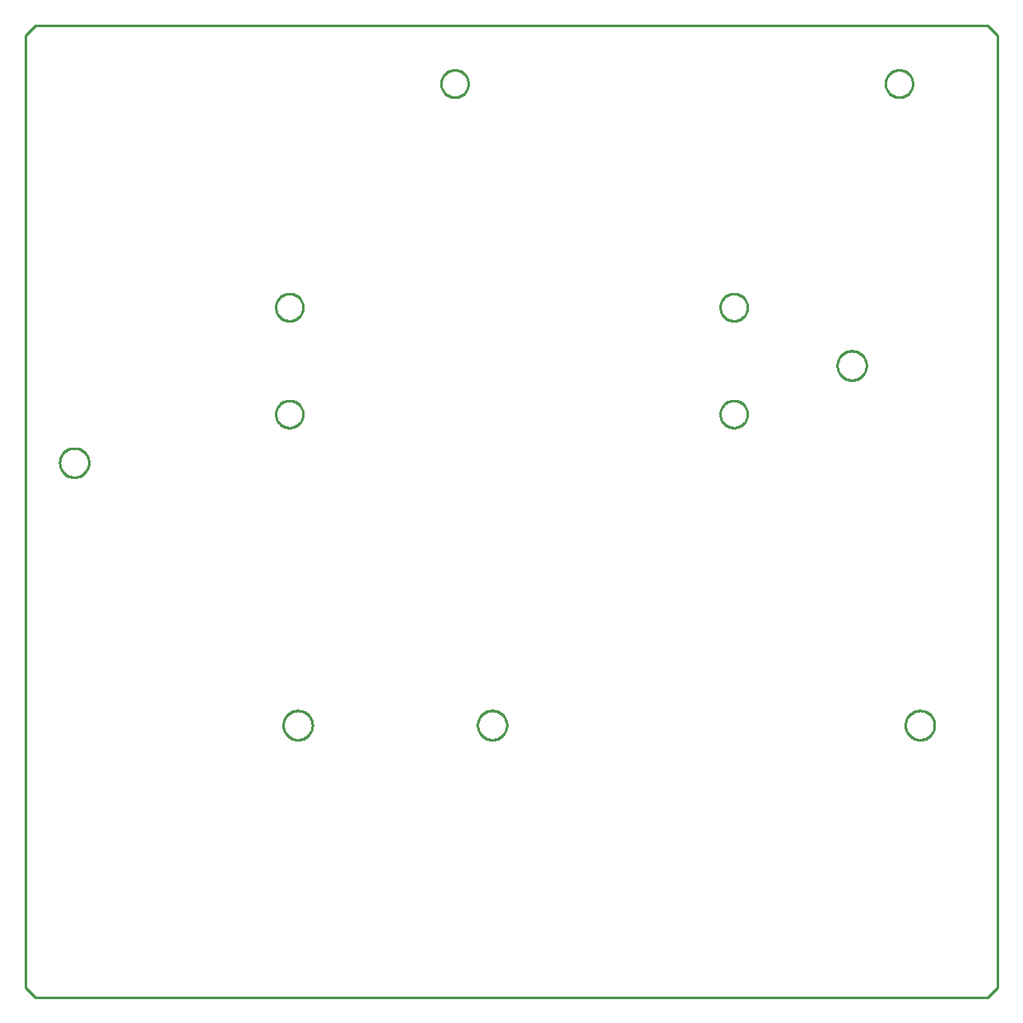
<source format=gbr>
G04 EAGLE Gerber RS-274X export*
G75*
%MOMM*%
%FSLAX34Y34*%
%LPD*%
%AMOC8*
5,1,8,0,0,1.08239X$1,22.5*%
G01*
%ADD10C,0.254000*%


D10*
X0Y10000D02*
X10000Y0D01*
X990000Y0D01*
X1000000Y10000D01*
X1000000Y990000D01*
X990000Y1000000D01*
X10000Y1000000D01*
X0Y990000D01*
X0Y10000D01*
X295000Y279464D02*
X294924Y278396D01*
X294771Y277335D01*
X294543Y276288D01*
X294241Y275260D01*
X293867Y274256D01*
X293422Y273281D01*
X292908Y272341D01*
X292329Y271440D01*
X291687Y270582D01*
X290985Y269772D01*
X290228Y269015D01*
X289418Y268313D01*
X288560Y267671D01*
X287659Y267092D01*
X286719Y266578D01*
X285744Y266133D01*
X284740Y265759D01*
X283712Y265457D01*
X282665Y265229D01*
X281604Y265076D01*
X280536Y265000D01*
X279464Y265000D01*
X278396Y265076D01*
X277335Y265229D01*
X276288Y265457D01*
X275260Y265759D01*
X274256Y266133D01*
X273281Y266578D01*
X272341Y267092D01*
X271440Y267671D01*
X270582Y268313D01*
X269772Y269015D01*
X269015Y269772D01*
X268313Y270582D01*
X267671Y271440D01*
X267092Y272341D01*
X266578Y273281D01*
X266133Y274256D01*
X265759Y275260D01*
X265457Y276288D01*
X265229Y277335D01*
X265076Y278396D01*
X265000Y279464D01*
X265000Y280536D01*
X265076Y281604D01*
X265229Y282665D01*
X265457Y283712D01*
X265759Y284740D01*
X266133Y285744D01*
X266578Y286719D01*
X267092Y287659D01*
X267671Y288560D01*
X268313Y289418D01*
X269015Y290228D01*
X269772Y290985D01*
X270582Y291687D01*
X271440Y292329D01*
X272341Y292908D01*
X273281Y293422D01*
X274256Y293867D01*
X275260Y294241D01*
X276288Y294543D01*
X277335Y294771D01*
X278396Y294924D01*
X279464Y295000D01*
X280536Y295000D01*
X281604Y294924D01*
X282665Y294771D01*
X283712Y294543D01*
X284740Y294241D01*
X285744Y293867D01*
X286719Y293422D01*
X287659Y292908D01*
X288560Y292329D01*
X289418Y291687D01*
X290228Y290985D01*
X290985Y290228D01*
X291687Y289418D01*
X292329Y288560D01*
X292908Y287659D01*
X293422Y286719D01*
X293867Y285744D01*
X294241Y284740D01*
X294543Y283712D01*
X294771Y282665D01*
X294924Y281604D01*
X295000Y280536D01*
X295000Y279464D01*
X495000Y279464D02*
X494924Y278396D01*
X494771Y277335D01*
X494543Y276288D01*
X494241Y275260D01*
X493867Y274256D01*
X493422Y273281D01*
X492908Y272341D01*
X492329Y271440D01*
X491687Y270582D01*
X490985Y269772D01*
X490228Y269015D01*
X489418Y268313D01*
X488560Y267671D01*
X487659Y267092D01*
X486719Y266578D01*
X485744Y266133D01*
X484740Y265759D01*
X483712Y265457D01*
X482665Y265229D01*
X481604Y265076D01*
X480536Y265000D01*
X479464Y265000D01*
X478396Y265076D01*
X477335Y265229D01*
X476288Y265457D01*
X475260Y265759D01*
X474256Y266133D01*
X473281Y266578D01*
X472341Y267092D01*
X471440Y267671D01*
X470582Y268313D01*
X469772Y269015D01*
X469015Y269772D01*
X468313Y270582D01*
X467671Y271440D01*
X467092Y272341D01*
X466578Y273281D01*
X466133Y274256D01*
X465759Y275260D01*
X465457Y276288D01*
X465229Y277335D01*
X465076Y278396D01*
X465000Y279464D01*
X465000Y280536D01*
X465076Y281604D01*
X465229Y282665D01*
X465457Y283712D01*
X465759Y284740D01*
X466133Y285744D01*
X466578Y286719D01*
X467092Y287659D01*
X467671Y288560D01*
X468313Y289418D01*
X469015Y290228D01*
X469772Y290985D01*
X470582Y291687D01*
X471440Y292329D01*
X472341Y292908D01*
X473281Y293422D01*
X474256Y293867D01*
X475260Y294241D01*
X476288Y294543D01*
X477335Y294771D01*
X478396Y294924D01*
X479464Y295000D01*
X480536Y295000D01*
X481604Y294924D01*
X482665Y294771D01*
X483712Y294543D01*
X484740Y294241D01*
X485744Y293867D01*
X486719Y293422D01*
X487659Y292908D01*
X488560Y292329D01*
X489418Y291687D01*
X490228Y290985D01*
X490985Y290228D01*
X491687Y289418D01*
X492329Y288560D01*
X492908Y287659D01*
X493422Y286719D01*
X493867Y285744D01*
X494241Y284740D01*
X494543Y283712D01*
X494771Y282665D01*
X494924Y281604D01*
X495000Y280536D01*
X495000Y279464D01*
X65000Y549464D02*
X64924Y548396D01*
X64771Y547335D01*
X64543Y546288D01*
X64241Y545260D01*
X63867Y544256D01*
X63422Y543281D01*
X62908Y542341D01*
X62329Y541440D01*
X61687Y540582D01*
X60985Y539772D01*
X60228Y539015D01*
X59418Y538313D01*
X58560Y537671D01*
X57659Y537092D01*
X56719Y536578D01*
X55744Y536133D01*
X54740Y535759D01*
X53712Y535457D01*
X52665Y535229D01*
X51604Y535076D01*
X50536Y535000D01*
X49464Y535000D01*
X48396Y535076D01*
X47335Y535229D01*
X46288Y535457D01*
X45260Y535759D01*
X44256Y536133D01*
X43281Y536578D01*
X42341Y537092D01*
X41440Y537671D01*
X40582Y538313D01*
X39772Y539015D01*
X39015Y539772D01*
X38313Y540582D01*
X37671Y541440D01*
X37092Y542341D01*
X36578Y543281D01*
X36133Y544256D01*
X35759Y545260D01*
X35457Y546288D01*
X35229Y547335D01*
X35076Y548396D01*
X35000Y549464D01*
X35000Y550536D01*
X35076Y551604D01*
X35229Y552665D01*
X35457Y553712D01*
X35759Y554740D01*
X36133Y555744D01*
X36578Y556719D01*
X37092Y557659D01*
X37671Y558560D01*
X38313Y559418D01*
X39015Y560228D01*
X39772Y560985D01*
X40582Y561687D01*
X41440Y562329D01*
X42341Y562908D01*
X43281Y563422D01*
X44256Y563867D01*
X45260Y564241D01*
X46288Y564543D01*
X47335Y564771D01*
X48396Y564924D01*
X49464Y565000D01*
X50536Y565000D01*
X51604Y564924D01*
X52665Y564771D01*
X53712Y564543D01*
X54740Y564241D01*
X55744Y563867D01*
X56719Y563422D01*
X57659Y562908D01*
X58560Y562329D01*
X59418Y561687D01*
X60228Y560985D01*
X60985Y560228D01*
X61687Y559418D01*
X62329Y558560D01*
X62908Y557659D01*
X63422Y556719D01*
X63867Y555744D01*
X64241Y554740D01*
X64543Y553712D01*
X64771Y552665D01*
X64924Y551604D01*
X65000Y550536D01*
X65000Y549464D01*
X935000Y279464D02*
X934924Y278396D01*
X934771Y277335D01*
X934543Y276288D01*
X934241Y275260D01*
X933867Y274256D01*
X933422Y273281D01*
X932908Y272341D01*
X932329Y271440D01*
X931687Y270582D01*
X930985Y269772D01*
X930228Y269015D01*
X929418Y268313D01*
X928560Y267671D01*
X927659Y267092D01*
X926719Y266578D01*
X925744Y266133D01*
X924740Y265759D01*
X923712Y265457D01*
X922665Y265229D01*
X921604Y265076D01*
X920536Y265000D01*
X919464Y265000D01*
X918396Y265076D01*
X917335Y265229D01*
X916288Y265457D01*
X915260Y265759D01*
X914256Y266133D01*
X913281Y266578D01*
X912341Y267092D01*
X911440Y267671D01*
X910582Y268313D01*
X909772Y269015D01*
X909015Y269772D01*
X908313Y270582D01*
X907671Y271440D01*
X907092Y272341D01*
X906578Y273281D01*
X906133Y274256D01*
X905759Y275260D01*
X905457Y276288D01*
X905229Y277335D01*
X905076Y278396D01*
X905000Y279464D01*
X905000Y280536D01*
X905076Y281604D01*
X905229Y282665D01*
X905457Y283712D01*
X905759Y284740D01*
X906133Y285744D01*
X906578Y286719D01*
X907092Y287659D01*
X907671Y288560D01*
X908313Y289418D01*
X909015Y290228D01*
X909772Y290985D01*
X910582Y291687D01*
X911440Y292329D01*
X912341Y292908D01*
X913281Y293422D01*
X914256Y293867D01*
X915260Y294241D01*
X916288Y294543D01*
X917335Y294771D01*
X918396Y294924D01*
X919464Y295000D01*
X920536Y295000D01*
X921604Y294924D01*
X922665Y294771D01*
X923712Y294543D01*
X924740Y294241D01*
X925744Y293867D01*
X926719Y293422D01*
X927659Y292908D01*
X928560Y292329D01*
X929418Y291687D01*
X930228Y290985D01*
X930985Y290228D01*
X931687Y289418D01*
X932329Y288560D01*
X932908Y287659D01*
X933422Y286719D01*
X933867Y285744D01*
X934241Y284740D01*
X934543Y283712D01*
X934771Y282665D01*
X934924Y281604D01*
X935000Y280536D01*
X935000Y279464D01*
X865000Y649464D02*
X864924Y648396D01*
X864771Y647335D01*
X864543Y646288D01*
X864241Y645260D01*
X863867Y644256D01*
X863422Y643281D01*
X862908Y642341D01*
X862329Y641440D01*
X861687Y640582D01*
X860985Y639772D01*
X860228Y639015D01*
X859418Y638313D01*
X858560Y637671D01*
X857659Y637092D01*
X856719Y636578D01*
X855744Y636133D01*
X854740Y635759D01*
X853712Y635457D01*
X852665Y635229D01*
X851604Y635076D01*
X850536Y635000D01*
X849464Y635000D01*
X848396Y635076D01*
X847335Y635229D01*
X846288Y635457D01*
X845260Y635759D01*
X844256Y636133D01*
X843281Y636578D01*
X842341Y637092D01*
X841440Y637671D01*
X840582Y638313D01*
X839772Y639015D01*
X839015Y639772D01*
X838313Y640582D01*
X837671Y641440D01*
X837092Y642341D01*
X836578Y643281D01*
X836133Y644256D01*
X835759Y645260D01*
X835457Y646288D01*
X835229Y647335D01*
X835076Y648396D01*
X835000Y649464D01*
X835000Y650536D01*
X835076Y651604D01*
X835229Y652665D01*
X835457Y653712D01*
X835759Y654740D01*
X836133Y655744D01*
X836578Y656719D01*
X837092Y657659D01*
X837671Y658560D01*
X838313Y659418D01*
X839015Y660228D01*
X839772Y660985D01*
X840582Y661687D01*
X841440Y662329D01*
X842341Y662908D01*
X843281Y663422D01*
X844256Y663867D01*
X845260Y664241D01*
X846288Y664543D01*
X847335Y664771D01*
X848396Y664924D01*
X849464Y665000D01*
X850536Y665000D01*
X851604Y664924D01*
X852665Y664771D01*
X853712Y664543D01*
X854740Y664241D01*
X855744Y663867D01*
X856719Y663422D01*
X857659Y662908D01*
X858560Y662329D01*
X859418Y661687D01*
X860228Y660985D01*
X860985Y660228D01*
X861687Y659418D01*
X862329Y658560D01*
X862908Y657659D01*
X863422Y656719D01*
X863867Y655744D01*
X864241Y654740D01*
X864543Y653712D01*
X864771Y652665D01*
X864924Y651604D01*
X865000Y650536D01*
X865000Y649464D01*
X285370Y709501D02*
X285299Y708506D01*
X285157Y707518D01*
X284945Y706543D01*
X284664Y705585D01*
X284315Y704651D01*
X283900Y703743D01*
X283422Y702867D01*
X282883Y702028D01*
X282285Y701229D01*
X281631Y700475D01*
X280925Y699769D01*
X280171Y699115D01*
X279373Y698517D01*
X278533Y697978D01*
X277657Y697500D01*
X276750Y697085D01*
X275815Y696736D01*
X274857Y696455D01*
X273882Y696243D01*
X272894Y696101D01*
X271899Y696030D01*
X270901Y696030D01*
X269906Y696101D01*
X268918Y696243D01*
X267943Y696455D01*
X266985Y696736D01*
X266051Y697085D01*
X265143Y697500D01*
X264267Y697978D01*
X263428Y698517D01*
X262629Y699115D01*
X261875Y699769D01*
X261169Y700475D01*
X260515Y701229D01*
X259917Y702028D01*
X259378Y702867D01*
X258900Y703743D01*
X258485Y704651D01*
X258136Y705585D01*
X257855Y706543D01*
X257643Y707518D01*
X257501Y708506D01*
X257430Y709501D01*
X257430Y710499D01*
X257501Y711494D01*
X257643Y712482D01*
X257855Y713457D01*
X258136Y714415D01*
X258485Y715350D01*
X258900Y716257D01*
X259378Y717133D01*
X259917Y717973D01*
X260515Y718771D01*
X261169Y719525D01*
X261875Y720231D01*
X262629Y720885D01*
X263428Y721483D01*
X264267Y722022D01*
X265143Y722500D01*
X266051Y722915D01*
X266985Y723264D01*
X267943Y723545D01*
X268918Y723757D01*
X269906Y723899D01*
X270901Y723970D01*
X271899Y723970D01*
X272894Y723899D01*
X273882Y723757D01*
X274857Y723545D01*
X275815Y723264D01*
X276750Y722915D01*
X277657Y722500D01*
X278533Y722022D01*
X279373Y721483D01*
X280171Y720885D01*
X280925Y720231D01*
X281631Y719525D01*
X282285Y718771D01*
X282883Y717973D01*
X283422Y717133D01*
X283900Y716257D01*
X284315Y715350D01*
X284664Y714415D01*
X284945Y713457D01*
X285157Y712482D01*
X285299Y711494D01*
X285370Y710499D01*
X285370Y709501D01*
X742570Y709501D02*
X742499Y708506D01*
X742357Y707518D01*
X742145Y706543D01*
X741864Y705585D01*
X741515Y704651D01*
X741100Y703743D01*
X740622Y702867D01*
X740083Y702028D01*
X739485Y701229D01*
X738831Y700475D01*
X738125Y699769D01*
X737371Y699115D01*
X736573Y698517D01*
X735733Y697978D01*
X734857Y697500D01*
X733950Y697085D01*
X733015Y696736D01*
X732057Y696455D01*
X731082Y696243D01*
X730094Y696101D01*
X729099Y696030D01*
X728101Y696030D01*
X727106Y696101D01*
X726118Y696243D01*
X725143Y696455D01*
X724185Y696736D01*
X723251Y697085D01*
X722343Y697500D01*
X721467Y697978D01*
X720628Y698517D01*
X719829Y699115D01*
X719075Y699769D01*
X718369Y700475D01*
X717715Y701229D01*
X717117Y702028D01*
X716578Y702867D01*
X716100Y703743D01*
X715685Y704651D01*
X715336Y705585D01*
X715055Y706543D01*
X714843Y707518D01*
X714701Y708506D01*
X714630Y709501D01*
X714630Y710499D01*
X714701Y711494D01*
X714843Y712482D01*
X715055Y713457D01*
X715336Y714415D01*
X715685Y715350D01*
X716100Y716257D01*
X716578Y717133D01*
X717117Y717973D01*
X717715Y718771D01*
X718369Y719525D01*
X719075Y720231D01*
X719829Y720885D01*
X720628Y721483D01*
X721467Y722022D01*
X722343Y722500D01*
X723251Y722915D01*
X724185Y723264D01*
X725143Y723545D01*
X726118Y723757D01*
X727106Y723899D01*
X728101Y723970D01*
X729099Y723970D01*
X730094Y723899D01*
X731082Y723757D01*
X732057Y723545D01*
X733015Y723264D01*
X733950Y722915D01*
X734857Y722500D01*
X735733Y722022D01*
X736573Y721483D01*
X737371Y720885D01*
X738125Y720231D01*
X738831Y719525D01*
X739485Y718771D01*
X740083Y717973D01*
X740622Y717133D01*
X741100Y716257D01*
X741515Y715350D01*
X741864Y714415D01*
X742145Y713457D01*
X742357Y712482D01*
X742499Y711494D01*
X742570Y710499D01*
X742570Y709501D01*
X285370Y599501D02*
X285299Y598506D01*
X285157Y597518D01*
X284945Y596543D01*
X284664Y595585D01*
X284315Y594651D01*
X283900Y593743D01*
X283422Y592867D01*
X282883Y592028D01*
X282285Y591229D01*
X281631Y590475D01*
X280925Y589769D01*
X280171Y589115D01*
X279373Y588517D01*
X278533Y587978D01*
X277657Y587500D01*
X276750Y587085D01*
X275815Y586736D01*
X274857Y586455D01*
X273882Y586243D01*
X272894Y586101D01*
X271899Y586030D01*
X270901Y586030D01*
X269906Y586101D01*
X268918Y586243D01*
X267943Y586455D01*
X266985Y586736D01*
X266051Y587085D01*
X265143Y587500D01*
X264267Y587978D01*
X263428Y588517D01*
X262629Y589115D01*
X261875Y589769D01*
X261169Y590475D01*
X260515Y591229D01*
X259917Y592028D01*
X259378Y592867D01*
X258900Y593743D01*
X258485Y594651D01*
X258136Y595585D01*
X257855Y596543D01*
X257643Y597518D01*
X257501Y598506D01*
X257430Y599501D01*
X257430Y600499D01*
X257501Y601494D01*
X257643Y602482D01*
X257855Y603457D01*
X258136Y604415D01*
X258485Y605350D01*
X258900Y606257D01*
X259378Y607133D01*
X259917Y607973D01*
X260515Y608771D01*
X261169Y609525D01*
X261875Y610231D01*
X262629Y610885D01*
X263428Y611483D01*
X264267Y612022D01*
X265143Y612500D01*
X266051Y612915D01*
X266985Y613264D01*
X267943Y613545D01*
X268918Y613757D01*
X269906Y613899D01*
X270901Y613970D01*
X271899Y613970D01*
X272894Y613899D01*
X273882Y613757D01*
X274857Y613545D01*
X275815Y613264D01*
X276750Y612915D01*
X277657Y612500D01*
X278533Y612022D01*
X279373Y611483D01*
X280171Y610885D01*
X280925Y610231D01*
X281631Y609525D01*
X282285Y608771D01*
X282883Y607973D01*
X283422Y607133D01*
X283900Y606257D01*
X284315Y605350D01*
X284664Y604415D01*
X284945Y603457D01*
X285157Y602482D01*
X285299Y601494D01*
X285370Y600499D01*
X285370Y599501D01*
X742570Y599501D02*
X742499Y598506D01*
X742357Y597518D01*
X742145Y596543D01*
X741864Y595585D01*
X741515Y594651D01*
X741100Y593743D01*
X740622Y592867D01*
X740083Y592028D01*
X739485Y591229D01*
X738831Y590475D01*
X738125Y589769D01*
X737371Y589115D01*
X736573Y588517D01*
X735733Y587978D01*
X734857Y587500D01*
X733950Y587085D01*
X733015Y586736D01*
X732057Y586455D01*
X731082Y586243D01*
X730094Y586101D01*
X729099Y586030D01*
X728101Y586030D01*
X727106Y586101D01*
X726118Y586243D01*
X725143Y586455D01*
X724185Y586736D01*
X723251Y587085D01*
X722343Y587500D01*
X721467Y587978D01*
X720628Y588517D01*
X719829Y589115D01*
X719075Y589769D01*
X718369Y590475D01*
X717715Y591229D01*
X717117Y592028D01*
X716578Y592867D01*
X716100Y593743D01*
X715685Y594651D01*
X715336Y595585D01*
X715055Y596543D01*
X714843Y597518D01*
X714701Y598506D01*
X714630Y599501D01*
X714630Y600499D01*
X714701Y601494D01*
X714843Y602482D01*
X715055Y603457D01*
X715336Y604415D01*
X715685Y605350D01*
X716100Y606257D01*
X716578Y607133D01*
X717117Y607973D01*
X717715Y608771D01*
X718369Y609525D01*
X719075Y610231D01*
X719829Y610885D01*
X720628Y611483D01*
X721467Y612022D01*
X722343Y612500D01*
X723251Y612915D01*
X724185Y613264D01*
X725143Y613545D01*
X726118Y613757D01*
X727106Y613899D01*
X728101Y613970D01*
X729099Y613970D01*
X730094Y613899D01*
X731082Y613757D01*
X732057Y613545D01*
X733015Y613264D01*
X733950Y612915D01*
X734857Y612500D01*
X735733Y612022D01*
X736573Y611483D01*
X737371Y610885D01*
X738125Y610231D01*
X738831Y609525D01*
X739485Y608771D01*
X740083Y607973D01*
X740622Y607133D01*
X741100Y606257D01*
X741515Y605350D01*
X741864Y604415D01*
X742145Y603457D01*
X742357Y602482D01*
X742499Y601494D01*
X742570Y600499D01*
X742570Y599501D01*
X455370Y939501D02*
X455299Y938506D01*
X455157Y937518D01*
X454945Y936543D01*
X454664Y935585D01*
X454315Y934651D01*
X453900Y933743D01*
X453422Y932867D01*
X452883Y932028D01*
X452285Y931229D01*
X451631Y930475D01*
X450925Y929769D01*
X450171Y929115D01*
X449373Y928517D01*
X448533Y927978D01*
X447657Y927500D01*
X446750Y927085D01*
X445815Y926736D01*
X444857Y926455D01*
X443882Y926243D01*
X442894Y926101D01*
X441899Y926030D01*
X440901Y926030D01*
X439906Y926101D01*
X438918Y926243D01*
X437943Y926455D01*
X436985Y926736D01*
X436051Y927085D01*
X435143Y927500D01*
X434267Y927978D01*
X433428Y928517D01*
X432629Y929115D01*
X431875Y929769D01*
X431169Y930475D01*
X430515Y931229D01*
X429917Y932028D01*
X429378Y932867D01*
X428900Y933743D01*
X428485Y934651D01*
X428136Y935585D01*
X427855Y936543D01*
X427643Y937518D01*
X427501Y938506D01*
X427430Y939501D01*
X427430Y940499D01*
X427501Y941494D01*
X427643Y942482D01*
X427855Y943457D01*
X428136Y944415D01*
X428485Y945350D01*
X428900Y946257D01*
X429378Y947133D01*
X429917Y947973D01*
X430515Y948771D01*
X431169Y949525D01*
X431875Y950231D01*
X432629Y950885D01*
X433428Y951483D01*
X434267Y952022D01*
X435143Y952500D01*
X436051Y952915D01*
X436985Y953264D01*
X437943Y953545D01*
X438918Y953757D01*
X439906Y953899D01*
X440901Y953970D01*
X441899Y953970D01*
X442894Y953899D01*
X443882Y953757D01*
X444857Y953545D01*
X445815Y953264D01*
X446750Y952915D01*
X447657Y952500D01*
X448533Y952022D01*
X449373Y951483D01*
X450171Y950885D01*
X450925Y950231D01*
X451631Y949525D01*
X452285Y948771D01*
X452883Y947973D01*
X453422Y947133D01*
X453900Y946257D01*
X454315Y945350D01*
X454664Y944415D01*
X454945Y943457D01*
X455157Y942482D01*
X455299Y941494D01*
X455370Y940499D01*
X455370Y939501D01*
X912570Y939501D02*
X912499Y938506D01*
X912357Y937518D01*
X912145Y936543D01*
X911864Y935585D01*
X911515Y934651D01*
X911100Y933743D01*
X910622Y932867D01*
X910083Y932028D01*
X909485Y931229D01*
X908831Y930475D01*
X908125Y929769D01*
X907371Y929115D01*
X906573Y928517D01*
X905733Y927978D01*
X904857Y927500D01*
X903950Y927085D01*
X903015Y926736D01*
X902057Y926455D01*
X901082Y926243D01*
X900094Y926101D01*
X899099Y926030D01*
X898101Y926030D01*
X897106Y926101D01*
X896118Y926243D01*
X895143Y926455D01*
X894185Y926736D01*
X893251Y927085D01*
X892343Y927500D01*
X891467Y927978D01*
X890628Y928517D01*
X889829Y929115D01*
X889075Y929769D01*
X888369Y930475D01*
X887715Y931229D01*
X887117Y932028D01*
X886578Y932867D01*
X886100Y933743D01*
X885685Y934651D01*
X885336Y935585D01*
X885055Y936543D01*
X884843Y937518D01*
X884701Y938506D01*
X884630Y939501D01*
X884630Y940499D01*
X884701Y941494D01*
X884843Y942482D01*
X885055Y943457D01*
X885336Y944415D01*
X885685Y945350D01*
X886100Y946257D01*
X886578Y947133D01*
X887117Y947973D01*
X887715Y948771D01*
X888369Y949525D01*
X889075Y950231D01*
X889829Y950885D01*
X890628Y951483D01*
X891467Y952022D01*
X892343Y952500D01*
X893251Y952915D01*
X894185Y953264D01*
X895143Y953545D01*
X896118Y953757D01*
X897106Y953899D01*
X898101Y953970D01*
X899099Y953970D01*
X900094Y953899D01*
X901082Y953757D01*
X902057Y953545D01*
X903015Y953264D01*
X903950Y952915D01*
X904857Y952500D01*
X905733Y952022D01*
X906573Y951483D01*
X907371Y950885D01*
X908125Y950231D01*
X908831Y949525D01*
X909485Y948771D01*
X910083Y947973D01*
X910622Y947133D01*
X911100Y946257D01*
X911515Y945350D01*
X911864Y944415D01*
X912145Y943457D01*
X912357Y942482D01*
X912499Y941494D01*
X912570Y940499D01*
X912570Y939501D01*
M02*

</source>
